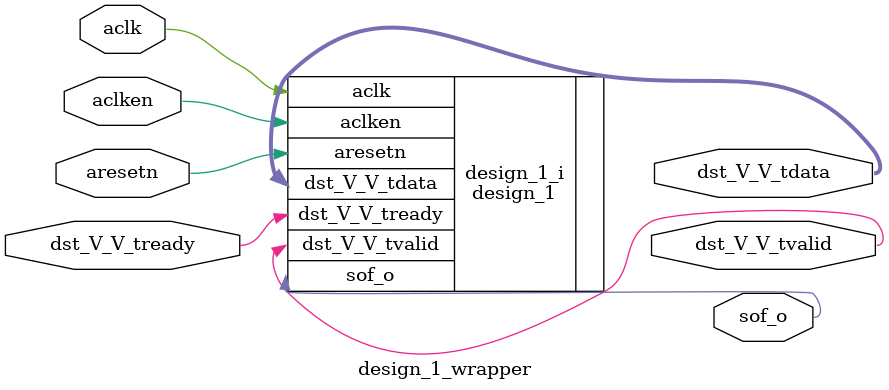
<source format=v>
`timescale 1 ps / 1 ps

module design_1_wrapper
   (aclk,
    aclken,
    aresetn,
    dst_V_V_tdata,
    dst_V_V_tready,
    dst_V_V_tvalid,
    sof_o);
  input aclk;
  input aclken;
  input aresetn;
  output [63:0]dst_V_V_tdata;
  input dst_V_V_tready;
  output dst_V_V_tvalid;
  output [0:0]sof_o;

  wire aclk;
  wire aclken;
  wire aresetn;
  wire [63:0]dst_V_V_tdata;
  wire dst_V_V_tready;
  wire dst_V_V_tvalid;
  wire [0:0]sof_o;

design_1 design_1_i
       (.aclk(aclk),
        .aclken(aclken),
        .aresetn(aresetn),
        .dst_V_V_tdata(dst_V_V_tdata),
        .dst_V_V_tready(dst_V_V_tready),
        .dst_V_V_tvalid(dst_V_V_tvalid),
        .sof_o(sof_o));
endmodule

</source>
